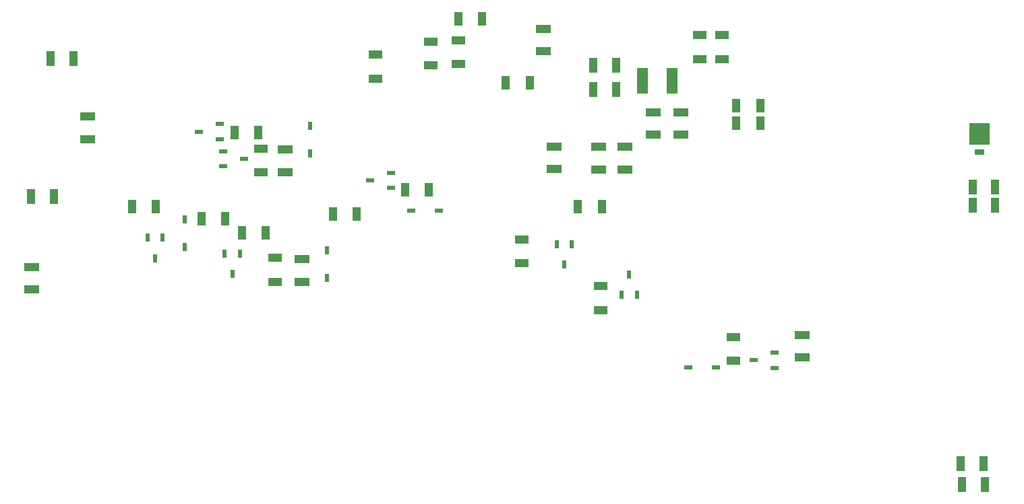
<source format=gbp>
G04*
G04 #@! TF.GenerationSoftware,Altium Limited,Altium Designer,19.0.10 (269)*
G04*
G04 Layer_Color=128*
%FSLAX44Y44*%
%MOMM*%
G71*
G01*
G75*
%ADD19R,1.8000X1.0500*%
%ADD27R,1.0300X1.8700*%
%ADD28R,1.0500X1.8000*%
%ADD29R,1.0000X0.6000*%
%ADD30R,0.6000X1.0000*%
%ADD34R,2.5400X2.6700*%
%ADD35R,1.2700X0.7620*%
%ADD39R,1.8700X1.0300*%
%ADD113R,1.4000X3.3000*%
%ADD114R,1.1112X0.6008*%
%ADD115R,0.6008X1.1112*%
D19*
X1056386Y746746D02*
D03*
Y776746D02*
D03*
X957326Y805510D02*
D03*
Y835510D02*
D03*
X1180846Y1092530D02*
D03*
Y1062530D02*
D03*
X1208786D02*
D03*
Y1092530D02*
D03*
X877316Y1085940D02*
D03*
Y1055940D02*
D03*
X843026Y1084670D02*
D03*
Y1054670D02*
D03*
X773176Y1067920D02*
D03*
Y1037920D02*
D03*
X647700Y812306D02*
D03*
Y782306D02*
D03*
X1222756Y712560D02*
D03*
Y682560D02*
D03*
X629666Y949810D02*
D03*
Y919810D02*
D03*
D27*
X1538708Y527050D02*
D03*
X1510308D02*
D03*
X1552000Y878602D02*
D03*
X1523600D02*
D03*
X1508784Y553466D02*
D03*
X1537184D02*
D03*
X1523600Y901602D02*
D03*
X1552000D02*
D03*
X369292Y889762D02*
D03*
X340892D02*
D03*
X393930Y1062990D02*
D03*
X365530D02*
D03*
X1075666Y1054430D02*
D03*
X1047266D02*
D03*
X1075666Y1023950D02*
D03*
X1047266D02*
D03*
D28*
X1256806Y982040D02*
D03*
X1226806D02*
D03*
X750076Y867740D02*
D03*
X720076D02*
D03*
X554976Y861390D02*
D03*
X584976D02*
D03*
X1226806Y1003630D02*
D03*
X1256806D02*
D03*
X810486Y898220D02*
D03*
X840486D02*
D03*
X467586Y876630D02*
D03*
X497586D02*
D03*
X605776Y843850D02*
D03*
X635776D02*
D03*
X596378Y970026D02*
D03*
X626378D02*
D03*
X907556Y1112850D02*
D03*
X877556D02*
D03*
X1027670Y876808D02*
D03*
X1057670D02*
D03*
X967246Y1032840D02*
D03*
X937246D02*
D03*
D29*
X766734Y909980D02*
D03*
X792734Y919480D02*
D03*
Y900480D02*
D03*
X1248872Y683514D02*
D03*
X1274872Y693014D02*
D03*
Y674014D02*
D03*
X608122Y936752D02*
D03*
X582122Y927252D02*
D03*
Y946252D02*
D03*
X551642Y971042D02*
D03*
X577642Y980542D02*
D03*
Y961542D02*
D03*
D30*
X506172Y837692D02*
D03*
X487172D02*
D03*
X496672Y811692D02*
D03*
X1092200Y791510D02*
D03*
X1101700Y765510D02*
D03*
X1082700D02*
D03*
X1010666Y803610D02*
D03*
X1001166Y829610D02*
D03*
X1020166D02*
D03*
X593598Y791926D02*
D03*
X584098Y817926D02*
D03*
X603098D02*
D03*
D34*
X1531800Y968587D02*
D03*
D35*
Y945077D02*
D03*
D39*
X412242Y990292D02*
D03*
Y961892D02*
D03*
X680974Y782344D02*
D03*
Y810744D02*
D03*
X1309624Y687094D02*
D03*
Y715494D02*
D03*
X660146Y920280D02*
D03*
Y948680D02*
D03*
X341884Y800734D02*
D03*
Y772334D02*
D03*
X983996Y1100380D02*
D03*
Y1071980D02*
D03*
X1121966Y967160D02*
D03*
Y995560D02*
D03*
X1156716Y967160D02*
D03*
Y995560D02*
D03*
X997458Y924076D02*
D03*
Y952476D02*
D03*
X1086866Y923390D02*
D03*
Y951790D02*
D03*
X1053846D02*
D03*
Y923390D02*
D03*
D113*
X1108366Y1035380D02*
D03*
X1146366D02*
D03*
D114*
X853186Y871550D02*
D03*
X818686D02*
D03*
X1166666Y674700D02*
D03*
X1201166D02*
D03*
D115*
X533756Y860860D02*
D03*
Y826360D02*
D03*
X712216Y821490D02*
D03*
Y786990D02*
D03*
X691134Y978386D02*
D03*
Y943886D02*
D03*
M02*

</source>
